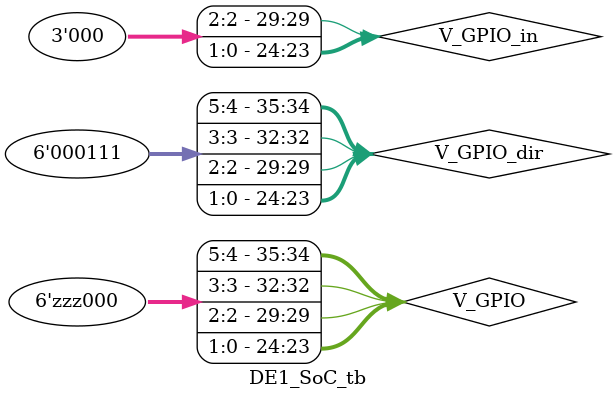
<source format=sv>
/* Top-level module for LandsLand hardware connections to implement the parking lot system.*/

module DE1_SoC (CLOCK_50, V_GPIO, HEX0, HEX1, HEX2, HEX3, HEX4, HEX5);

	input logic CLOCK_50;	// 50MHz clock
	output logic [6:0] HEX0, HEX1, HEX2, HEX3, HEX4, HEX5;	// active low
	inout logic [35:0] V_GPIO;	// expansion header 0 (LabsLand board)
	logic inner, outer, reset;
	
	// LED ON (1) = SENSOR BLOCKED. LED OFF (0) = SENSOR UNBLOCKED		 
 	// assign V_GPIO[35] (outer LED) to V_GPIO[24] (outer switch)
 	assign V_GPIO[32] = V_GPIO[24];
	
 	// assign V_GPIO[33] (inner LED) to V_GPIO[26] (inner switch)
 	assign V_GPIO[34] = V_GPIO[29];
	
 	// assign v_GPIO[35] (reset LED) to V_GPIO[23] (reset switch)
 	assign V_GPIO[35] = V_GPIO[23];
 	assign reset = V_GPIO[23];
	
	parking_lot_occupancy parking (.clk(CLOCK_50), .reset(reset), .inner(inner), .outer(outer), .HEX0(HEX0), .HEX1(HEX1), .HEX2(HEX2), .HEX3(HEX3), .HEX4(HEX4), .HEX5(HEX5));

endmodule  // DE1_SoC



/* Test bench for the GPIO example module */
module DE1_SoC_tb ();

	// inout pins must be connected to a wire type
	wire [35:0] V_GPIO;

	// additional logic required to simulate inout pins
	logic [35:0] V_GPIO_in;
	logic [35:0] V_GPIO_dir; // 1 = input, 0 = output
	
	// set up tristate buffers for inout pins
	genvar i;
	generate
		for (i = 0; i < 36; i++) begin : gpio
			assign V_GPIO[i] = V_GPIO_dir[i] ? V_GPIO_in[i] : 1'bZ;
		end
	endgenerate
	
	GPIO_example dut (.V_GPIO);
	
	initial begin
	// you only need to set the pin directions once
	V_GPIO_dir[23] = 1'b1;
	V_GPIO_dir[24] = 1'b1;
	V_GPIO_dir[29] = 1'b1;
	
	V_GPIO_dir[32] = 1'b0;
	V_GPIO_dir[34] = 1'b0;
	V_GPIO_dir[35] = 1'b0;
	
	// manipulate the V_GPIO input bits indirectly through V_GPIO_in
	// activate reset switch once.
	V_GPIO_in[23] = 1'b1; #10;
	V_GPIO_in[23] = 1'b0; #10;
	
	// car going in sequence. NEEDS TO REPEAT 16 Times.
	V_GPIO_in[24] = 1'b1; #10;
	V_GPIO_in[29] = 1'b1; #10;
	V_GPIO_in[24] = 1'b0; #10;
	V_GPIO_in[29] = 1'b0; #10;
	
	// activate reset switch once.
	V_GPIO_in[23] = 1'b1; #10;
	V_GPIO_in[23] = 1'b0; #10;
	
	// car going in sequence. NEEDS TO REPEAT 16 Times.
	V_GPIO_in[24] = 1'b1; #10;
	V_GPIO_in[29] = 1'b1; #10;
	V_GPIO_in[24] = 1'b0; #10;
	V_GPIO_in[29] = 1'b0; #10;
	
	// car going out in sequence. NEEDS TO REPEAT 16 Times.
	V_GPIO_in[29] = 1'b1; #10;
	V_GPIO_in[24] = 1'b1; #10;
	V_GPIO_in[29] = 1'b0; #10;
	V_GPIO_in[24] = 1'b0; #10;
	
	// Car going in, then pedestrian going in. 
	V_GPIO_in[24] = 1'b1; #10;
	V_GPIO_in[29] = 1'b1; #10;
	V_GPIO_in[24] = 1'b0; #10;
	V_GPIO_in[29] = 1'b0; #10;
	
	V_GPIO_in[24] = 1'b1; #10;
	V_GPIO_in[24] = 1'b0; #10;
	V_GPIO_in[29] = 1'b1; #10;
	V_GPIO_in[29] = 1'b0; #10;
	
	// Car going out, then pedestrian going out. 
	V_GPIO_in[29] = 1'b1; #10;
	V_GPIO_in[24] = 1'b1; #10;
	V_GPIO_in[29] = 1'b0; #10;
	V_GPIO_in[24] = 1'b0; #10;
	
	V_GPIO_in[29] = 1'b1; #10;
	V_GPIO_in[29] = 1'b0; #10;
	V_GPIO_in[24] = 1'b1; #10;
	V_GPIO_in[24] = 1'b0; #10;
	
	end
endmodule // GPIO_example_tb
</source>
